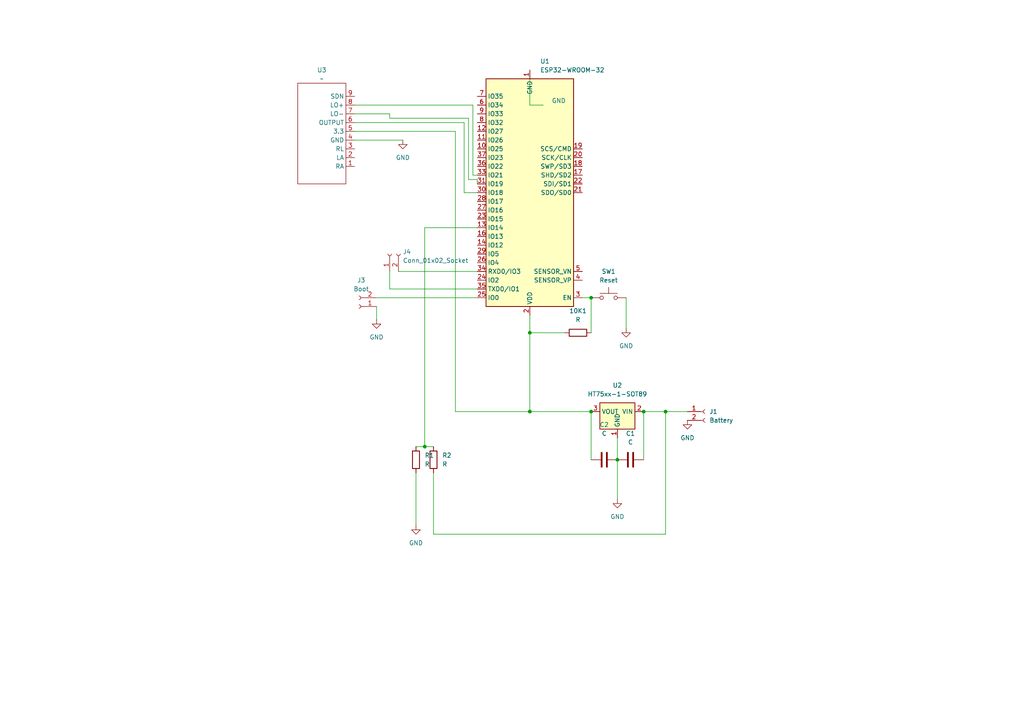
<source format=kicad_sch>
(kicad_sch (version 20231120) (generator "eeschema") (generator_version "8.0")
  (paper "A4")
  (lib_symbols
    (symbol "Connector:Conn_01x02_Socket" (pin_names (offset 1.016) hide)
      (property "Reference" "J" (at 0 2.54 0))
      (property "Value" "Conn_01x02_Socket" (at 0 -5.08 0))
      (symbol "Conn_01x02_Socket_1_1"
        (arc (start 0 -2.032) (mid -0.5058 -2.54) (end 0 -3.048) (stroke (width 0.1524)))
        (polyline (pts (xy -1.27 -2.54) (xy -0.508 -2.54)) (stroke (width 0.1524)))
        (polyline (pts (xy -1.27 0) (xy -0.508 0)) (stroke (width 0.1524)))
        (arc (start 0 0.508) (mid -0.5058 0) (end 0 -0.508) (stroke (width 0.1524)))
        (pin passive line (at -5.08 0 0) (length 3.81) (name "Pin_1") (number "1"))
        (pin passive line (at -5.08 -2.54 0) (length 3.81) (name "Pin_2") (number "2"))
      )
    )
    (symbol "Device:C" (pin_numbers hide) (pin_names (offset 0.254))
      (property "Reference" "C" (at 0.635 2.54 0))
      (property "Value" "C" (at 0.635 -2.54 0))
      (symbol "C_0_1"
        (polyline (pts (xy -2.032 -0.762) (xy 2.032 -0.762)) (stroke (width 0.508)))
        (polyline (pts (xy -2.032 0.762) (xy 2.032 0.762)) (stroke (width 0.508)))
      )
      (symbol "C_1_1"
        (pin passive line (at 0 3.81 270) (length 2.794) (name "~") (number "1"))
        (pin passive line (at 0 -3.81 90) (length 2.794) (name "~") (number "2"))
      )
    )
    (symbol "Device:R" (pin_numbers hide) (pin_names (offset 0))
      (property "Reference" "R" (at 2.032 0 90))
      (property "Value" "R" (at 0 0 90))
      (symbol "R_0_1"
        (rectangle (start -1.016 -2.54) (end 1.016 2.54) (stroke (width 0.254)))
      )
      (symbol "R_1_1"
        (pin passive line (at 0 3.81 270) (length 1.27) (name "~") (number "1"))
        (pin passive line (at 0 -3.81 90) (length 1.27) (name "~") (number "2"))
      )
    )
    (symbol "New_Library:ad8232_board"
      (property "Reference" "U" (at 0 0 0))
      (symbol "ad8232_board_0_1"
        (rectangle (start 7.62 8.89) (end 21.59 -20.32))
      )
      (symbol "ad8232_board_1_1"
        (pin input line (at 5.08 3.81 0) (length 2.54) (name "RA") (number "1"))
        (pin input line (at 5.08 1.27 0) (length 2.54) (name "LA") (number "2"))
        (pin input line (at 5.08 -1.27 0) (length 2.54) (name "RL") (number "3"))
        (pin input line (at 5.08 -3.81 0) (length 2.54) (name "GND") (number "4"))
        (pin input line (at 5.08 -6.35 0) (length 2.54) (name "3.3") (number "5"))
        (pin input line (at 5.08 -8.89 0) (length 2.54) (name "OUTPUT") (number "6"))
        (pin input line (at 5.08 -11.43 0) (length 2.54) (name "LO-") (number "7"))
        (pin input line (at 5.08 -13.97 0) (length 2.54) (name "LO+") (number "8"))
        (pin input line (at 5.08 -16.51 0) (length 2.54) (name "SDN") (number "9"))
      )
    )
    (symbol "RF_Module:ESP32-WROOM-32"
      (property "Reference" "U" (at -12.7 34.29 0))
      (property "Value" "ESP32-WROOM-32" (at 1.27 34.29 0))
      (symbol "ESP32-WROOM-32_0_1"
        (rectangle (start -12.7 33.02) (end 12.7 -33.02) (stroke (width 0.254)) (fill (type background)))
      )
      (symbol "ESP32-WROOM-32_1_1"
        (pin power_in line (at 0 -35.56 90) (length 2.54) (name "GND") (number "1"))
        (pin bidirectional line (at 15.24 -12.7 180) (length 2.54) (name "IO25") (number "10"))
        (pin bidirectional line (at 15.24 -15.24 180) (length 2.54) (name "IO26") (number "11"))
        (pin bidirectional line (at 15.24 -17.78 180) (length 2.54) (name "IO27") (number "12"))
        (pin bidirectional line (at 15.24 10.16 180) (length 2.54) (name "IO14") (number "13"))
        (pin bidirectional line (at 15.24 15.24 180) (length 2.54) (name "IO12") (number "14"))
        (pin passive line (at 0 -35.56 90) (length 2.54) hide (name "GND") (number "15"))
        (pin bidirectional line (at 15.24 12.7 180) (length 2.54) (name "IO13") (number "16"))
        (pin bidirectional line (at -15.24 -5.08 0) (length 2.54) (name "SHD/SD2") (number "17"))
        (pin bidirectional line (at -15.24 -7.62 0) (length 2.54) (name "SWP/SD3") (number "18"))
        (pin bidirectional line (at -15.24 -12.7 0) (length 2.54) (name "SCS/CMD") (number "19"))
        (pin power_in line (at 0 35.56 270) (length 2.54) (name "VDD") (number "2"))
        (pin bidirectional line (at -15.24 -10.16 0) (length 2.54) (name "SCK/CLK") (number "20"))
        (pin bidirectional line (at -15.24 0 0) (length 2.54) (name "SDO/SD0") (number "21"))
        (pin bidirectional line (at -15.24 -2.54 0) (length 2.54) (name "SDI/SD1") (number "22"))
        (pin bidirectional line (at 15.24 7.62 180) (length 2.54) (name "IO15") (number "23"))
        (pin bidirectional line (at 15.24 25.4 180) (length 2.54) (name "IO2") (number "24"))
        (pin bidirectional line (at 15.24 30.48 180) (length 2.54) (name "IO0") (number "25"))
        (pin bidirectional line (at 15.24 20.32 180) (length 2.54) (name "IO4") (number "26"))
        (pin bidirectional line (at 15.24 5.08 180) (length 2.54) (name "IO16") (number "27"))
        (pin bidirectional line (at 15.24 2.54 180) (length 2.54) (name "IO17") (number "28"))
        (pin bidirectional line (at 15.24 17.78 180) (length 2.54) (name "IO5") (number "29"))
        (pin input line (at -15.24 30.48 0) (length 2.54) (name "EN") (number "3"))
        (pin bidirectional line (at 15.24 0 180) (length 2.54) (name "IO18") (number "30"))
        (pin bidirectional line (at 15.24 -2.54 180) (length 2.54) (name "IO19") (number "31"))
        (pin no_connect line (at -12.7 -27.94 0) (length 2.54) hide (name "NC") (number "32"))
        (pin bidirectional line (at 15.24 -5.08 180) (length 2.54) (name "IO21") (number "33"))
        (pin bidirectional line (at 15.24 22.86 180) (length 2.54) (name "RXD0/IO3") (number "34"))
        (pin bidirectional line (at 15.24 27.94 180) (length 2.54) (name "TXD0/IO1") (number "35"))
        (pin bidirectional line (at 15.24 -7.62 180) (length 2.54) (name "IO22") (number "36"))
        (pin bidirectional line (at 15.24 -10.16 180) (length 2.54) (name "IO23") (number "37"))
        (pin passive line (at 0 -35.56 90) (length 2.54) hide (name "GND") (number "38"))
        (pin passive line (at 0 -35.56 90) (length 2.54) hide (name "GND") (number "39"))
        (pin input line (at -15.24 25.4 0) (length 2.54) (name "SENSOR_VP") (number "4"))
        (pin input line (at -15.24 22.86 0) (length 2.54) (name "SENSOR_VN") (number "5"))
        (pin input line (at 15.24 -25.4 180) (length 2.54) (name "IO34") (number "6"))
        (pin input line (at 15.24 -27.94 180) (length 2.54) (name "IO35") (number "7"))
        (pin bidirectional line (at 15.24 -20.32 180) (length 2.54) (name "IO32") (number "8"))
        (pin bidirectional line (at 15.24 -22.86 180) (length 2.54) (name "IO33") (number "9"))
      )
    )
    (symbol "Regulator_Linear:HT75xx-1-SOT89"
      (property "Reference" "U" (at -5.08 -3.81 0))
      (property "Value" "HT75xx-1-SOT89" (at 0 6.35 0))
      (symbol "HT75xx-1-SOT89_0_1"
        (rectangle (start -5.08 5.08) (end 5.08 -2.54) (stroke (width 0.254)) (fill (type background)))
      )
      (symbol "HT75xx-1-SOT89_1_1"
        (pin power_in line (at 0 -5.08 90) (length 2.54) (name "GND") (number "1"))
        (pin power_in line (at -7.62 2.54 0) (length 2.54) (name "VIN") (number "2"))
        (pin power_out line (at 7.62 2.54 180) (length 2.54) (name "VOUT") (number "3"))
      )
    )
    (symbol "Switch:SW_Push" (pin_numbers hide) (pin_names (offset 1.016) hide)
      (property "Reference" "SW" (at 1.27 2.54 0))
      (property "Value" "SW_Push" (at 0 -1.524 0))
      (symbol "SW_Push_0_1"
        (circle (center -2.032 0) (radius 0.508))
        (polyline (pts (xy 0 1.27) (xy 0 3.048)))
        (polyline (pts (xy 2.54 1.27) (xy -2.54 1.27)))
        (circle (center 2.032 0) (radius 0.508))
        (pin passive line (at -5.08 0 0) (length 2.54) (name "1") (number "1"))
        (pin passive line (at 5.08 0 180) (length 2.54) (name "2") (number "2"))
      )
    )
    (symbol "power:GND" (power) (pin_numbers hide) (pin_names (offset 0) hide)
      (property "Value" "GND" (at 0 -3.81 0))
      (symbol "GND_0_1"
        (polyline (pts (xy 0 0) (xy 0 -1.27) (xy 1.27 -1.27) (xy 0 -2.54) (xy -1.27 -1.27) (xy 0 -1.27)))
      )
      (symbol "GND_1_1"
        (pin power_in line (at 0 0 270) (length 0) (name "~") (number "1"))
      )
    )
  )
  (junction (at 186.69 119.38))
  (junction (at 171.45 119.38))
  (junction (at 193.04 119.38))
  (junction (at 153.67 119.38))
  (junction (at 179.07 133.35))
  (junction (at 171.45 86.36))
  (junction (at 123.19 129.54))
  (junction (at 153.67 96.52))
  (wire (pts (xy 171.45 133.35) (xy 171.45 119.38)))
  (wire (pts (xy 193.04 154.94) (xy 125.73 154.94)))
  (wire (pts (xy 102.87 30.48) (xy 137.16 30.48)))
  (wire (pts (xy 181.61 86.36) (xy 181.61 95.25)))
  (wire (pts (xy 171.45 86.36) (xy 168.91 86.36)))
  (wire (pts (xy 193.04 119.38) (xy 199.39 119.38)))
  (wire (pts (xy 186.69 133.35) (xy 186.69 119.38)))
  (wire (pts (xy 113.03 78.74) (xy 113.03 83.82)))
  (wire (pts (xy 123.19 66.04) (xy 123.19 129.54)))
  (wire (pts (xy 120.65 137.16) (xy 120.65 152.4)))
  (wire (pts (xy 102.87 35.56) (xy 134.62 35.56)))
  (wire (pts (xy 109.22 86.36) (xy 138.43 86.36)))
  (wire (pts (xy 123.19 129.54) (xy 125.73 129.54)))
  (wire (pts (xy 137.16 50.8) (xy 137.16 30.48)))
  (wire (pts (xy 115.57 78.74) (xy 138.43 78.74)))
  (wire (pts (xy 186.69 119.38) (xy 193.04 119.38)))
  (wire (pts (xy 102.87 40.64) (xy 116.84 40.64)))
  (wire (pts (xy 102.87 38.1) (xy 132.08 38.1)))
  (wire (pts (xy 138.43 50.8) (xy 137.16 50.8)))
  (wire (pts (xy 132.08 119.38) (xy 153.67 119.38)))
  (wire (pts (xy 138.43 53.34) (xy 138.43 52.07)))
  (wire (pts (xy 153.67 119.38) (xy 171.45 119.38)))
  (wire (pts (xy 113.03 83.82) (xy 138.43 83.82)))
  (wire (pts (xy 179.07 133.35) (xy 179.07 127)))
  (wire (pts (xy 153.67 91.44) (xy 153.67 96.52)))
  (wire (pts (xy 153.67 96.52) (xy 163.83 96.52)))
  (wire (pts (xy 109.22 88.9) (xy 109.22 92.71)))
  (wire (pts (xy 120.65 129.54) (xy 123.19 129.54)))
  (wire (pts (xy 134.62 55.88) (xy 134.62 35.56)))
  (wire (pts (xy 179.07 144.78) (xy 179.07 133.35)))
  (wire (pts (xy 102.87 33.02) (xy 113.03 33.02)))
  (wire (pts (xy 193.04 119.38) (xy 193.04 154.94)))
  (wire (pts (xy 153.67 96.52) (xy 153.67 119.38)))
  (wire (pts (xy 113.03 34.29) (xy 113.03 33.02)))
  (wire (pts (xy 171.45 86.36) (xy 171.45 96.52)))
  (wire (pts (xy 125.73 137.16) (xy 125.73 154.94)))
  (wire (pts (xy 135.89 34.29) (xy 113.03 34.29)))
  (wire (pts (xy 138.43 55.88) (xy 134.62 55.88)))
  (wire (pts (xy 135.89 52.07) (xy 135.89 34.29)))
  (wire (pts (xy 132.08 38.1) (xy 132.08 119.38)))
  (wire (pts (xy 138.43 52.07) (xy 135.89 52.07)))
  (wire (pts (xy 138.43 66.04) (xy 123.19 66.04)))
  (wire (pts (xy 157.48 30.48) (xy 153.67 30.48)))
  (wire (pts (xy 153.67 30.48) (xy 153.67 20.32)))
  (symbol (lib_id "Device:R") (at 120.65 133.35 0) (unit 1)
    (property "Reference" "R1" (at 123.19 132.0799 0) (effects (justify left)))
    (property "Value" "R" (at 123.19 134.6199 0) (effects (justify left)))
    (property "Footprint" "Resistor_SMD:R_0603_1608Metric_Pad0.98x0.95mm_HandSolder" (effects (hide yes)))
    (property "Description" "Resistor" (effects (hide yes)))
  )
  (symbol (lib_id "Connector:Conn_01x02_Socket") (at 204.47 119.38 0) (unit 1)
    (property "Reference" "J1" (at 205.74 119.3799 0) (effects (justify left)))
    (property "Value" "Battery" (at 205.74 121.9199 0) (effects (justify left)))
    (property "Footprint" "Connector_PinSocket_2.54mm:PinSocket_1x02_P2.54mm_Vertical" (effects (hide yes)))
    (property "Description" "Generic connector, single row, 01x02, script generated" (effects (hide yes)))
  )
  (symbol (lib_id "Connector:Conn_01x02_Socket") (at 113.03 73.66 90) (unit 1)
    (property "Reference" "J4" (at 116.84 73.0249 90) (effects (justify right)))
    (property "Value" "Conn_01x02_Socket" (at 116.84 75.5649 90) (effects (justify right)))
    (property "Footprint" "Capacitor_SMD:C_0603_1608Metric_Pad1.08x0.95mm_HandSolder" (effects (hide yes)))
    (property "Description" "Generic connector, single row, 01x02, script generated" (effects (hide yes)))
  )
  (symbol (lib_id "power:GND") (at 120.65 152.4 0) (unit 1)
    (property "Reference" "#PWR07" (effects (hide yes)))
    (property "Value" "GND" (at 120.65 157.48 0))
    (property "Description" "Power symbol creates a global label with name \"GND\" , ground" (effects (hide yes)))
  )
  (symbol (lib_id "New_Library:ad8232_board") (at 107.95 44.45 180) (unit 1)
    (property "Reference" "U3" (at 93.345 20.32 0))
    (property "Value" "~" (at 93.345 22.86 0))
    (property "Footprint" "Library:ad8232_board" (effects (hide yes)))
  )
  (symbol (lib_id "Connector:Conn_01x02_Socket") (at 104.14 88.9 180) (unit 1)
    (property "Reference" "J3" (at 104.775 81.28 0))
    (property "Value" "Boot" (at 104.775 83.82 0))
    (property "Footprint" "Connector_PinHeader_2.54mm:PinHeader_1x02_P2.54mm_Vertical" (effects (hide yes)))
    (property "Description" "Generic connector, single row, 01x02, script generated" (effects (hide yes)))
  )
  (symbol (lib_id "power:GND") (at 157.48 30.48 180) (unit 1)
    (property "Reference" "#PWR01" (effects (hide yes)))
    (property "Value" "GND" (at 160.02 29.2099 0) (effects (justify right)))
    (property "Description" "Power symbol creates a global label with name \"GND\" , ground" (effects (hide yes)))
  )
  (symbol (lib_id "power:GND") (at 116.84 40.64 0) (unit 1)
    (property "Reference" "#PWR02" (effects (hide yes)))
    (property "Value" "GND" (at 116.84 45.72 0))
    (property "Description" "Power symbol creates a global label with name \"GND\" , ground" (effects (hide yes)))
  )
  (symbol (lib_id "power:GND") (at 109.22 92.71 0) (unit 1)
    (property "Reference" "#PWR06" (effects (hide yes)))
    (property "Value" "GND" (at 109.22 97.79 0))
    (property "Description" "Power symbol creates a global label with name \"GND\" , ground" (effects (hide yes)))
  )
  (symbol (lib_id "RF_Module:ESP32-WROOM-32") (at 153.67 55.88 180) (unit 1)
    (property "Reference" "U1" (at 156.6865 17.78 0) (effects (justify right)))
    (property "Value" "ESP32-WROOM-32" (at 156.6865 20.32 0) (effects (justify right)))
    (property "Footprint" "RF_Module:ESP32-WROOM-32" (effects (hide yes)))
    (property "Datasheet" "https://www.espressif.com/sites/default/files/documentation/esp32-wroom-32_datasheet_en.pdf" (effects (hide yes)))
    (property "Description" "RF Module, ESP32-D0WDQ6 SoC, Wi-Fi 802.11b/g/n, Bluetooth, BLE, 32-bit, 2.7-3.6V, onboard antenna, SMD" (effects (hide yes)))
  )
  (symbol (lib_id "power:GND") (at 181.61 95.25 0) (unit 1)
    (property "Reference" "#PWR05" (effects (hide yes)))
    (property "Value" "GND" (at 181.61 100.33 0))
    (property "Description" "Power symbol creates a global label with name \"GND\" , ground" (effects (hide yes)))
  )
  (symbol (lib_id "power:GND") (at 199.39 121.92 0) (unit 1)
    (property "Reference" "#PWR03" (effects (hide yes)))
    (property "Value" "GND" (at 199.39 127 0))
    (property "Description" "Power symbol creates a global label with name \"GND\" , ground" (effects (hide yes)))
  )
  (symbol (lib_id "power:GND") (at 179.07 144.78 0) (mirror y) (unit 1)
    (property "Reference" "#PWR04" (effects (hide yes)))
    (property "Value" "GND" (at 179.07 149.86 0))
    (property "Description" "Power symbol creates a global label with name \"GND\" , ground" (effects (hide yes)))
  )
  (symbol (lib_id "Device:R") (at 167.64 96.52 270) (unit 1)
    (property "Reference" "10K1" (at 167.64 90.17 90))
    (property "Value" "R" (at 167.64 92.71 90))
    (property "Footprint" "Resistor_SMD:R_0603_1608Metric_Pad0.98x0.95mm_HandSolder" (effects (hide yes)))
    (property "Description" "Resistor" (effects (hide yes)))
  )
  (symbol (lib_id "Switch:SW_Push") (at 176.53 86.36 0) (unit 1)
    (property "Reference" "SW1" (at 176.53 78.74 0))
    (property "Value" "Reset" (at 176.53 81.28 0))
    (property "Footprint" "Button_Switch_SMD:SW_DIP_SPSTx01_Slide_6.7x4.1mm_W8.61mm_P2.54mm_LowProfile" (effects (hide yes)))
    (property "Description" "Push button switch, generic, two pins" (effects (hide yes)))
  )
  (symbol (lib_id "Regulator_Linear:HT75xx-1-SOT89") (at 179.07 121.92 0) (mirror y) (unit 1)
    (property "Reference" "U2" (at 179.07 111.76 0))
    (property "Value" "HT75xx-1-SOT89" (at 179.07 114.3 0))
    (property "Footprint" "Package_TO_SOT_SMD:SOT-89-3" (effects (hide yes)))
    (property "Datasheet" "https://www.holtek.com/documents/10179/116711/HT75xx-1v250.pdf" (effects (hide yes)))
    (property "Description" "100mA Low Dropout Voltage Regulator, Fixed Output, SOT89" (effects (hide yes)))
  )
  (symbol (lib_id "Device:C") (at 182.88 133.35 270) (mirror x) (unit 1)
    (property "Reference" "C1" (at 182.88 125.73 90))
    (property "Value" "C" (at 182.88 128.27 90))
    (property "Footprint" "Capacitor_THT:CP_Radial_D5.0mm_P2.50mm" (effects (hide yes)))
    (property "Description" "Unpolarized capacitor" (effects (hide yes)))
  )
  (symbol (lib_id "Device:R") (at 125.73 133.35 0) (unit 1)
    (property "Reference" "R2" (at 128.27 132.0799 0) (effects (justify left)))
    (property "Value" "R" (at 128.27 134.6199 0) (effects (justify left)))
    (property "Footprint" "Resistor_SMD:R_0603_1608Metric_Pad0.98x0.95mm_HandSolder" (effects (hide yes)))
    (property "Description" "Resistor" (effects (hide yes)))
  )
  (symbol (lib_id "Device:C") (at 175.26 133.35 90) (mirror x) (unit 1)
    (property "Reference" "C2" (at 175.26 123.19 90))
    (property "Value" "C" (at 175.26 125.73 90))
    (property "Footprint" "Capacitor_THT:CP_Radial_D5.0mm_P2.50mm" (effects (hide yes)))
    (property "Description" "Unpolarized capacitor" (effects (hide yes)))
  )
)
</source>
